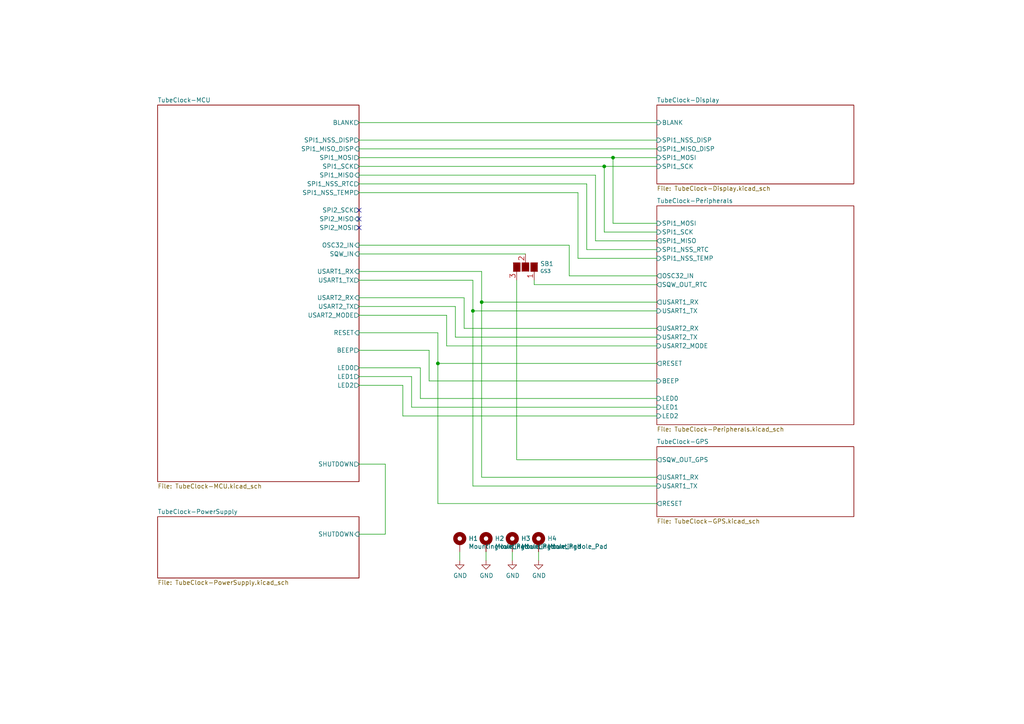
<source format=kicad_sch>
(kicad_sch (version 20231120) (generator "eeschema") (generator_version "8.0")
  (paper "A4")
  (lib_symbols
    (symbol "Mechanical:MountingHole_Pad" (pin_numbers hide) (pin_names (offset 1.016) hide) (exclude_from_sim yes) (in_bom no)
      (property "Reference" "H" (at 0 6.35 0))
      (property "Value" "MountingHole_Pad" (at 0 4.445 0))
      (symbol "MountingHole_Pad_0_1"
        (circle (center 0 1.27) (radius 1.27) (stroke (width 1.27)))
      )
      (symbol "MountingHole_Pad_1_1"
        (pin input line (at 0 -2.54 90) (length 2.54) (name "1") (number "1"))
      )
    )
    (symbol "TubeClock-rescue:GND-power" (power) (pin_names (offset 0))
      (property "Value" "power_GND" (at 0 -3.81 0))
      (symbol "GND-power_0_1"
        (polyline (pts (xy 0 0) (xy 0 -1.27) (xy 1.27 -1.27) (xy 0 -2.54) (xy -1.27 -1.27) (xy 0 -1.27)))
      )
      (symbol "GND-power_1_1"
        (pin power_in line (at 0 0 270) (length 0) hide (name "GND") (number "1"))
      )
    )
    (symbol "TubeClock-rescue:GS3-win" (pin_names (offset 1.016) hide)
      (property "Reference" "GS" (at 1.27 5.08 0))
      (property "Value" "win_GS3" (at 1.27 -5.0546 0))
      (symbol "GS3-win_0_1"
        (polyline (pts (xy -1.27 -3.556) (xy -1.27 -1.524) (xy 1.27 -1.524) (xy 1.27 -3.556)) (fill (type outline)))
        (polyline (pts (xy -1.27 1.016) (xy 1.27 1.016) (xy 1.27 -1.016) (xy -1.27 -1.016)) (fill (type outline)))
        (polyline (pts (xy -1.27 3.556) (xy -1.27 1.524) (xy 1.27 1.524) (xy 1.27 3.556)) (fill (type outline)))
      )
      (symbol "GS3-win_1_1"
        (pin passive line (at -3.81 2.54 0) (length 2.54) (name "G1") (number "1"))
        (pin passive line (at 3.81 0 180) (length 2.54) (name "G2") (number "2"))
        (pin passive line (at -3.81 -2.54 0) (length 2.54) (name "G3") (number "3"))
      )
    )
  )
  (junction (at 175.26 48.26))
  (junction (at 137.16 90.17))
  (junction (at 127 105.41))
  (junction (at 177.8 45.72))
  (junction (at 139.7 87.63))
  (no_connect (at 104.14 60.96))
  (no_connect (at 104.14 63.5))
  (no_connect (at 104.14 66.04))
  (wire (pts (xy 104.14 55.88) (xy 167.64 55.88)))
  (wire (pts (xy 116.84 111.76) (xy 104.14 111.76)))
  (wire (pts (xy 154.94 82.55) (xy 154.94 81.28)))
  (wire (pts (xy 177.8 45.72) (xy 190.5 45.72)))
  (wire (pts (xy 139.7 78.74) (xy 139.7 87.63)))
  (wire (pts (xy 139.7 138.43) (xy 139.7 87.63)))
  (wire (pts (xy 104.14 86.36) (xy 134.62 86.36)))
  (wire (pts (xy 133.35 162.56) (xy 133.35 160.02)))
  (wire (pts (xy 111.76 134.62) (xy 104.14 134.62)))
  (wire (pts (xy 190.5 82.55) (xy 154.94 82.55)))
  (wire (pts (xy 149.86 81.28) (xy 149.86 133.35)))
  (wire (pts (xy 172.72 69.85) (xy 172.72 50.8)))
  (wire (pts (xy 148.59 162.56) (xy 148.59 160.02)))
  (wire (pts (xy 177.8 64.77) (xy 177.8 45.72)))
  (wire (pts (xy 104.14 35.56) (xy 190.5 35.56)))
  (wire (pts (xy 132.08 88.9) (xy 132.08 97.79)))
  (wire (pts (xy 190.5 138.43) (xy 139.7 138.43)))
  (wire (pts (xy 104.14 109.22) (xy 119.38 109.22)))
  (wire (pts (xy 190.5 74.93) (xy 167.64 74.93)))
  (wire (pts (xy 137.16 81.28) (xy 137.16 90.17)))
  (wire (pts (xy 149.86 133.35) (xy 190.5 133.35)))
  (wire (pts (xy 167.64 74.93) (xy 167.64 55.88)))
  (wire (pts (xy 137.16 140.97) (xy 190.5 140.97)))
  (wire (pts (xy 190.5 97.79) (xy 132.08 97.79)))
  (wire (pts (xy 140.97 160.02) (xy 140.97 162.56)))
  (wire (pts (xy 116.84 111.76) (xy 116.84 120.65)))
  (wire (pts (xy 190.5 64.77) (xy 177.8 64.77)))
  (wire (pts (xy 175.26 67.31) (xy 175.26 48.26)))
  (wire (pts (xy 190.5 105.41) (xy 127 105.41)))
  (wire (pts (xy 190.5 90.17) (xy 137.16 90.17)))
  (wire (pts (xy 104.14 71.12) (xy 165.1 71.12)))
  (wire (pts (xy 132.08 88.9) (xy 104.14 88.9)))
  (wire (pts (xy 124.46 101.6) (xy 124.46 110.49)))
  (wire (pts (xy 127 96.52) (xy 104.14 96.52)))
  (wire (pts (xy 104.14 78.74) (xy 139.7 78.74)))
  (wire (pts (xy 121.92 106.68) (xy 104.14 106.68)))
  (wire (pts (xy 119.38 109.22) (xy 119.38 118.11)))
  (wire (pts (xy 104.14 91.44) (xy 129.54 91.44)))
  (wire (pts (xy 104.14 154.94) (xy 111.76 154.94)))
  (wire (pts (xy 121.92 106.68) (xy 121.92 115.57)))
  (wire (pts (xy 190.5 80.01) (xy 165.1 80.01)))
  (wire (pts (xy 137.16 81.28) (xy 104.14 81.28)))
  (wire (pts (xy 104.14 50.8) (xy 172.72 50.8)))
  (wire (pts (xy 134.62 86.36) (xy 134.62 95.25)))
  (wire (pts (xy 175.26 48.26) (xy 190.5 48.26)))
  (wire (pts (xy 129.54 91.44) (xy 129.54 100.33)))
  (wire (pts (xy 104.14 101.6) (xy 124.46 101.6)))
  (wire (pts (xy 134.62 95.25) (xy 190.5 95.25)))
  (wire (pts (xy 170.18 53.34) (xy 170.18 72.39)))
  (wire (pts (xy 190.5 67.31) (xy 175.26 67.31)))
  (wire (pts (xy 111.76 154.94) (xy 111.76 134.62)))
  (wire (pts (xy 104.14 53.34) (xy 170.18 53.34)))
  (wire (pts (xy 127 96.52) (xy 127 105.41)))
  (wire (pts (xy 139.7 87.63) (xy 190.5 87.63)))
  (wire (pts (xy 190.5 120.65) (xy 116.84 120.65)))
  (wire (pts (xy 119.38 118.11) (xy 190.5 118.11)))
  (wire (pts (xy 190.5 40.64) (xy 104.14 40.64)))
  (wire (pts (xy 104.14 48.26) (xy 175.26 48.26)))
  (wire (pts (xy 104.14 45.72) (xy 177.8 45.72)))
  (wire (pts (xy 127 146.05) (xy 190.5 146.05)))
  (wire (pts (xy 124.46 110.49) (xy 190.5 110.49)))
  (wire (pts (xy 104.14 43.18) (xy 190.5 43.18)))
  (wire (pts (xy 156.21 160.02) (xy 156.21 162.56)))
  (wire (pts (xy 190.5 69.85) (xy 172.72 69.85)))
  (wire (pts (xy 170.18 72.39) (xy 190.5 72.39)))
  (wire (pts (xy 165.1 80.01) (xy 165.1 71.12)))
  (wire (pts (xy 190.5 115.57) (xy 121.92 115.57)))
  (wire (pts (xy 104.14 73.66) (xy 152.4 73.66)))
  (wire (pts (xy 127 105.41) (xy 127 146.05)))
  (wire (pts (xy 137.16 90.17) (xy 137.16 140.97)))
  (wire (pts (xy 129.54 100.33) (xy 190.5 100.33)))
  (symbol (lib_id "Mechanical:MountingHole_Pad") (at 133.35 157.48 0) (unit 1)
    (property "Reference" "H1" (at 135.89 156.1846 0) (effects (justify left)))
    (property "Value" "MountingHole_Pad" (at 135.89 158.496 0) (effects (justify left)))
    (property "Footprint" "MountingHole:MountingHole_3.2mm_M3_Pad_Via" (effects (hide yes)))
  )
  (symbol (lib_id "Mechanical:MountingHole_Pad") (at 140.97 157.48 0) (unit 1)
    (property "Reference" "H2" (at 143.51 156.1846 0) (effects (justify left)))
    (property "Value" "MountingHole_Pad" (at 143.51 158.496 0) (effects (justify left)))
    (property "Footprint" "MountingHole:MountingHole_3.2mm_M3_Pad_Via" (effects (hide yes)))
  )
  (symbol (lib_id "Mechanical:MountingHole_Pad") (at 148.59 157.48 0) (unit 1)
    (property "Reference" "H3" (at 151.13 156.1846 0) (effects (justify left)))
    (property "Value" "MountingHole_Pad" (at 151.13 158.496 0) (effects (justify left)))
    (property "Footprint" "MountingHole:MountingHole_3.2mm_M3_Pad_Via" (effects (hide yes)))
  )
  (symbol (lib_id "Mechanical:MountingHole_Pad") (at 156.21 157.48 0) (unit 1)
    (property "Reference" "H4" (at 158.75 156.1846 0) (effects (justify left)))
    (property "Value" "MountingHole_Pad" (at 158.75 158.496 0) (effects (justify left)))
    (property "Footprint" "MountingHole:MountingHole_3.2mm_M3_Pad_Via" (effects (hide yes)))
  )
  (symbol (lib_id "TubeClock-rescue:GND-power") (at 156.21 162.56 0) (unit 1)
    (property "Reference" "#PWR04" (effects (hide yes)))
    (property "Value" "GND" (at 156.337 166.9542 0))
  )
  (symbol (lib_id "TubeClock-rescue:GND-power") (at 148.59 162.56 0) (unit 1)
    (property "Reference" "#PWR03" (effects (hide yes)))
    (property "Value" "GND" (at 148.717 166.9542 0))
  )
  (symbol (lib_id "TubeClock-rescue:GND-power") (at 140.97 162.56 0) (unit 1)
    (property "Reference" "#PWR02" (effects (hide yes)))
    (property "Value" "GND" (at 141.097 166.9542 0))
  )
  (symbol (lib_id "TubeClock-rescue:GND-power") (at 133.35 162.56 0) (unit 1)
    (property "Reference" "#PWR01" (effects (hide yes)))
    (property "Value" "GND" (at 133.477 166.9542 0))
  )
  (symbol (lib_id "TubeClock-rescue:GS3-win") (at 152.4 77.47 270) (mirror x) (unit 1)
    (property "Reference" "SB1" (at 156.6672 76.5048 90) (effects (justify left)))
    (property "Value" "GS3" (at 156.6672 78.6384 90) (effects (font (size 1.016 1.016)) (justify left)))
    (property "Footprint" "Jumper:SolderJumper-3_P1.3mm_Open_Pad1.0x1.5mm" (effects (hide yes)))
  )
  (sheet (at 45.72 30.48) (size 58.42 109.22)
    (property "Sheetname" "TubeClock-MCU" (at 45.72 29.7684 0) (effects (justify left bottom)))
    (property "Sheetfile" "TubeClock-MCU.kicad_sch" (at 45.72 140.2846 0) (effects (justify left top)))
    (pin "OSC32_IN" input (at 104.14 71.12 0))
    (pin "RESET" input (at 104.14 96.52 0))
    (pin "SPI1_NSS_DISP" output (at 104.14 40.64 0))
    (pin "SPI1_SCK" output (at 104.14 48.26 0))
    (pin "SPI1_MISO" input (at 104.14 50.8 0))
    (pin "SPI1_MOSI" output (at 104.14 45.72 0))
    (pin "BLANK" output (at 104.14 35.56 0))
    (pin "USART2_TX" output (at 104.14 88.9 0))
    (pin "USART2_RX" input (at 104.14 86.36 0))
    (pin "USART2_MODE" output (at 104.14 91.44 0))
    (pin "SPI1_MISO_DISP" input (at 104.14 43.18 0))
    (pin "SPI1_NSS_RTC" output (at 104.14 53.34 0))
    (pin "SPI1_NSS_TEMP" output (at 104.14 55.88 0))
    (pin "LED0" output (at 104.14 106.68 0))
    (pin "LED1" output (at 104.14 109.22 0))
    (pin "LED2" output (at 104.14 111.76 0))
    (pin "BEEP" output (at 104.14 101.6 0))
    (pin "USART1_RX" input (at 104.14 78.74 0))
    (pin "USART1_TX" output (at 104.14 81.28 0))
    (pin "SPI2_MISO" input (at 104.14 63.5 0))
    (pin "SPI2_MOSI" output (at 104.14 66.04 0))
    (pin "SPI2_SCK" output (at 104.14 60.96 0))
    (pin "SQW_IN" input (at 104.14 73.66 0))
    (pin "SHUTDOWN" output (at 104.14 134.62 0))
  )
  (sheet (at 190.5 59.69) (size 57.15 63.5)
    (property "Sheetname" "TubeClock-Peripherals" (at 190.5 58.9784 0) (effects (justify left bottom)))
    (property "Sheetfile" "TubeClock-Peripherals.kicad_sch" (at 190.5 123.7746 0) (effects (justify left top)))
    (pin "OSC32_IN" output (at 190.5 80.01 180))
    (pin "RESET" output (at 190.5 105.41 180))
    (pin "USART1_TX" input (at 190.5 90.17 180))
    (pin "USART1_RX" output (at 190.5 87.63 180))
    (pin "USART2_RX" output (at 190.5 95.25 180))
    (pin "USART2_MODE" input (at 190.5 100.33 180))
    (pin "USART2_TX" input (at 190.5 97.79 180))
    (pin "SPI1_SCK" input (at 190.5 67.31 180))
    (pin "SPI1_MOSI" input (at 190.5 64.77 180))
    (pin "SPI1_MISO" output (at 190.5 69.85 180))
    (pin "SPI1_NSS_RTC" input (at 190.5 72.39 180))
    (pin "SPI1_NSS_TEMP" input (at 190.5 74.93 180))
    (pin "BEEP" input (at 190.5 110.49 180))
    (pin "LED0" input (at 190.5 115.57 180))
    (pin "LED1" input (at 190.5 118.11 180))
    (pin "LED2" input (at 190.5 120.65 180))
    (pin "SQW_OUT_RTC" output (at 190.5 82.55 180))
  )
  (sheet (at 45.72 149.86) (size 58.42 17.78)
    (property "Sheetname" "TubeClock-PowerSupply" (at 45.72 149.1484 0) (effects (justify left bottom)))
    (property "Sheetfile" "TubeClock-PowerSupply.kicad_sch" (at 45.72 168.2246 0) (effects (justify left top)))
    (pin "SHUTDOWN" input (at 104.14 154.94 0))
  )
  (sheet (at 190.5 30.48) (size 57.15 22.86)
    (property "Sheetname" "TubeClock-Display" (at 190.5 29.7684 0) (effects (justify left bottom)))
    (property "Sheetfile" "TubeClock-Display.kicad_sch" (at 190.5 53.9246 0) (effects (justify left top)))
    (pin "SPI1_NSS_DISP" input (at 190.5 40.64 180))
    (pin "SPI1_SCK" input (at 190.5 48.26 180))
    (pin "SPI1_MOSI" input (at 190.5 45.72 180))
    (pin "BLANK" input (at 190.5 35.56 180))
    (pin "SPI1_MISO_DISP" output (at 190.5 43.18 180))
  )
  (sheet (at 190.5 129.54) (size 57.15 20.32)
    (property "Sheetname" "TubeClock-GPS" (at 190.5 128.8284 0) (effects (justify left bottom)))
    (property "Sheetfile" "TubeClock-GPS.kicad_sch" (at 190.5 150.4446 0) (effects (justify left top)))
    (pin "RESET" output (at 190.5 146.05 180))
    (pin "USART1_TX" input (at 190.5 140.97 180))
    (pin "USART1_RX" output (at 190.5 138.43 180))
    (pin "SQW_OUT_GPS" output (at 190.5 133.35 180))
  )
)
</source>
